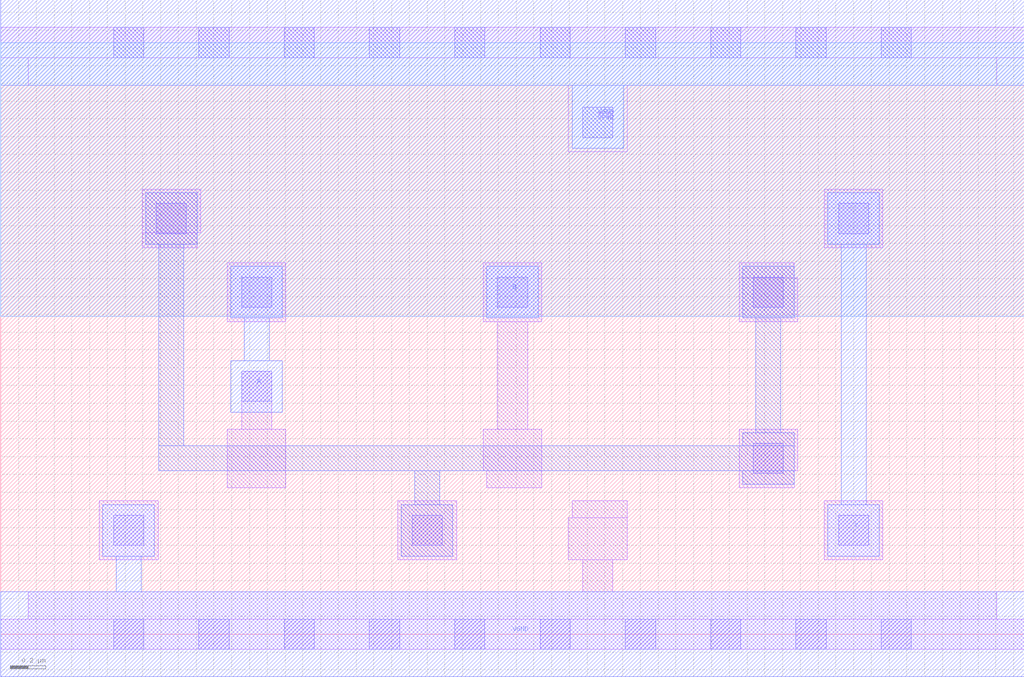
<source format=lef>
VERSION 5.7 ;
  NOWIREEXTENSIONATPIN ON ;
  DIVIDERCHAR "/" ;
  BUSBITCHARS "[]" ;
MACRO OR2X2
  CLASS CORE ;
  FOREIGN OR2X2 ;
  ORIGIN 0.000 0.000 ;
  SIZE 5.760 BY 3.330 ;
  SYMMETRY X Y ;
  SITE unit ;
  PIN A
    ANTENNAGATEAREA 0.189000 ;
    PORT
      LAYER met1 ;
        RECT 1.295 1.780 1.585 2.070 ;
        RECT 1.370 1.540 1.510 1.780 ;
        RECT 1.295 1.250 1.585 1.540 ;
    END
  END A
  PIN B
    ANTENNAGATEAREA 0.189000 ;
    PORT
      LAYER met1 ;
        RECT 2.735 1.780 3.025 2.070 ;
    END
  END B
  PIN VGND
    ANTENNADIFFAREA 0.914200 ;
    PORT
      LAYER met1 ;
        RECT 0.575 0.440 0.865 0.730 ;
        RECT 0.650 0.240 0.790 0.440 ;
        RECT 0.000 -0.240 5.760 0.240 ;
    END
    PORT
      LAYER met1 ;
        RECT 0.000 3.090 5.760 3.570 ;
        RECT 3.215 2.735 3.505 3.090 ;
    END
  END VGND
  PIN VPWR
    ANTENNADIFFAREA 1.083600 ;
    PORT
      LAYER li1 ;
        RECT 0.000 3.245 5.760 3.415 ;
        RECT 0.155 3.090 5.605 3.245 ;
        RECT 3.195 2.715 3.525 3.090 ;
      LAYER mcon ;
        RECT 0.635 3.245 0.805 3.415 ;
        RECT 1.115 3.245 1.285 3.415 ;
        RECT 1.595 3.245 1.765 3.415 ;
        RECT 2.075 3.245 2.245 3.415 ;
        RECT 2.555 3.245 2.725 3.415 ;
        RECT 3.035 3.245 3.205 3.415 ;
        RECT 3.515 3.245 3.685 3.415 ;
        RECT 3.995 3.245 4.165 3.415 ;
        RECT 4.475 3.245 4.645 3.415 ;
        RECT 4.955 3.245 5.125 3.415 ;
        RECT 3.275 2.795 3.445 2.965 ;
    END
  END VPWR
  PIN Y
    ANTENNADIFFAREA 1.031650 ;
    PORT
      LAYER met1 ;
        RECT 4.655 2.195 4.945 2.485 ;
        RECT 4.730 0.730 4.870 2.195 ;
        RECT 4.655 0.440 4.945 0.730 ;
    END
  END Y
  OBS
      LAYER nwell ;
        RECT 0.000 1.790 5.760 3.330 ;
      LAYER li1 ;
        RECT 0.795 2.260 1.125 2.505 ;
        RECT 0.795 2.175 1.105 2.260 ;
        RECT 4.635 2.175 4.965 2.505 ;
        RECT 1.275 1.760 1.605 2.090 ;
        RECT 2.715 1.760 3.045 2.090 ;
        RECT 4.155 2.005 4.465 2.090 ;
        RECT 4.155 1.760 4.485 2.005 ;
        RECT 1.355 1.155 1.525 1.480 ;
        RECT 2.795 1.155 2.965 1.760 ;
        RECT 1.275 0.825 1.605 1.155 ;
        RECT 2.715 0.920 3.045 1.155 ;
        RECT 2.735 0.825 3.045 0.920 ;
        RECT 4.155 0.920 4.485 1.155 ;
        RECT 4.155 0.825 4.465 0.920 ;
        RECT 0.555 0.420 0.885 0.750 ;
        RECT 2.235 0.420 2.565 0.750 ;
        RECT 3.215 0.655 3.525 0.750 ;
        RECT 3.195 0.420 3.525 0.655 ;
        RECT 4.635 0.420 4.965 0.750 ;
        RECT 3.275 0.240 3.445 0.420 ;
        RECT 0.155 0.085 5.605 0.240 ;
        RECT 0.000 -0.085 5.760 0.085 ;
      LAYER mcon ;
        RECT 0.875 2.255 1.045 2.425 ;
        RECT 4.715 2.255 4.885 2.425 ;
        RECT 1.355 1.840 1.525 2.010 ;
        RECT 2.795 1.840 2.965 2.010 ;
        RECT 4.235 1.840 4.405 2.010 ;
        RECT 1.355 1.310 1.525 1.480 ;
        RECT 4.235 0.905 4.405 1.075 ;
        RECT 0.635 0.500 0.805 0.670 ;
        RECT 2.315 0.500 2.485 0.670 ;
        RECT 4.715 0.500 4.885 0.670 ;
        RECT 0.635 -0.085 0.805 0.085 ;
        RECT 1.115 -0.085 1.285 0.085 ;
        RECT 1.595 -0.085 1.765 0.085 ;
        RECT 2.075 -0.085 2.245 0.085 ;
        RECT 2.555 -0.085 2.725 0.085 ;
        RECT 3.035 -0.085 3.205 0.085 ;
        RECT 3.515 -0.085 3.685 0.085 ;
        RECT 3.995 -0.085 4.165 0.085 ;
        RECT 4.475 -0.085 4.645 0.085 ;
        RECT 4.955 -0.085 5.125 0.085 ;
      LAYER met1 ;
        RECT 0.815 2.195 1.105 2.485 ;
        RECT 0.890 1.060 1.030 2.195 ;
        RECT 4.175 1.780 4.465 2.070 ;
        RECT 4.250 1.135 4.390 1.780 ;
        RECT 4.175 1.060 4.465 1.135 ;
        RECT 0.890 0.920 4.465 1.060 ;
        RECT 2.330 0.730 2.470 0.920 ;
        RECT 4.175 0.845 4.465 0.920 ;
        RECT 2.255 0.440 2.545 0.730 ;
  END
END OR2X2
END LIBRARY


</source>
